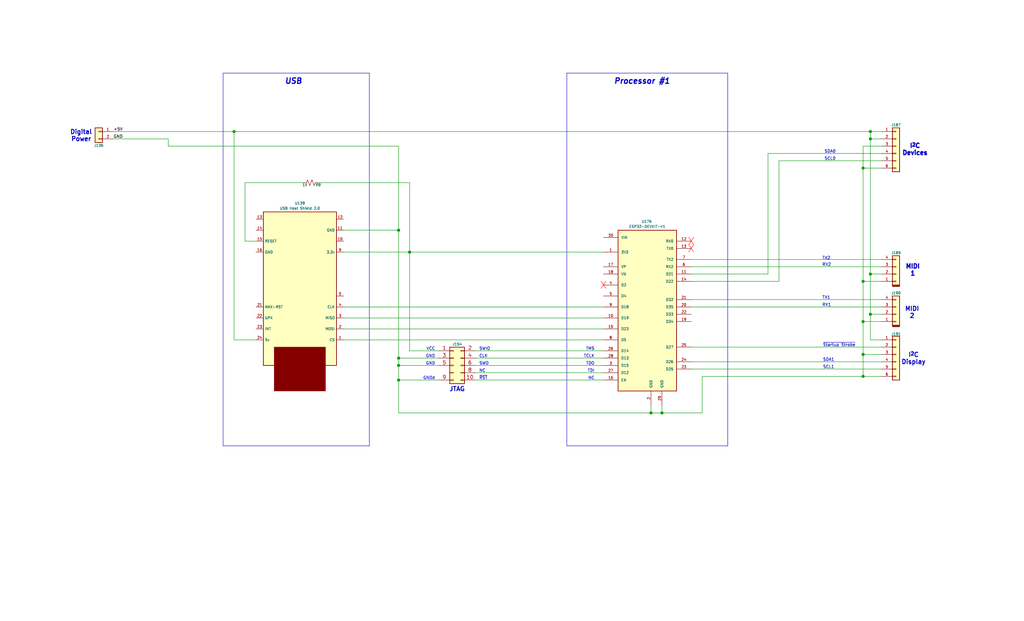
<source format=kicad_sch>
(kicad_sch
	(version 20250114)
	(generator "eeschema")
	(generator_version "9.0")
	(uuid "0bc86cc1-c86c-41e0-9315-281c18af05f0")
	(paper "USLegal")
	(title_block
		(title "Processor Module")
		(date "2025-01-16")
		(rev "2.6")
		(comment 1 "In Development ")
	)
	(lib_symbols
		(symbol "Conn_01x04_1"
			(pin_names
				(offset 1.016)
				(hide yes)
			)
			(exclude_from_sim no)
			(in_bom yes)
			(on_board yes)
			(property "Reference" "J21"
				(at 0 -7.366 0)
				(effects
					(font
						(size 0.889 0.889)
					)
				)
			)
			(property "Value" "Conn_01x04"
				(at 3.81 -1.0541 90)
				(effects
					(font
						(size 1.27 1.27)
					)
					(hide yes)
				)
			)
			(property "Footprint" ""
				(at 0 0 0)
				(effects
					(font
						(size 1.27 1.27)
					)
					(hide yes)
				)
			)
			(property "Datasheet" "~"
				(at 0 0 0)
				(effects
					(font
						(size 1.27 1.27)
					)
					(hide yes)
				)
			)
			(property "Description" ""
				(at 0 0 0)
				(effects
					(font
						(size 1.27 1.27)
					)
					(hide yes)
				)
			)
			(property "ki_keywords" "connector"
				(at 0 0 0)
				(effects
					(font
						(size 1.27 1.27)
					)
					(hide yes)
				)
			)
			(property "ki_fp_filters" "Connector*:*_1x??_*"
				(at 0 0 0)
				(effects
					(font
						(size 1.27 1.27)
					)
					(hide yes)
				)
			)
			(symbol "Conn_01x04_1_0_1"
				(polyline
					(pts
						(xy -1.27 4.3688) (xy 1.27 4.3688)
					)
					(stroke
						(width 0)
						(type default)
					)
					(fill
						(type none)
					)
				)
				(polyline
					(pts
						(xy -1.27 4.2672) (xy 1.27 4.2672)
					)
					(stroke
						(width 0)
						(type default)
					)
					(fill
						(type none)
					)
				)
				(polyline
					(pts
						(xy -1.27 4.1656) (xy 1.27 4.1656)
					)
					(stroke
						(width 0)
						(type default)
					)
					(fill
						(type none)
					)
				)
				(polyline
					(pts
						(xy -1.27 4.064) (xy 1.27 4.064)
					)
					(stroke
						(width 0)
						(type default)
					)
					(fill
						(type none)
					)
				)
				(polyline
					(pts
						(xy -1.27 3.937) (xy 1.27 3.937)
					)
					(stroke
						(width 0)
						(type default)
					)
					(fill
						(type none)
					)
				)
			)
			(symbol "Conn_01x04_1_1_1"
				(rectangle
					(start -1.27 3.81)
					(end 1.27 -6.35)
					(stroke
						(width 0.254)
						(type default)
					)
					(fill
						(type background)
					)
				)
				(rectangle
					(start -1.27 2.667)
					(end 0 2.413)
					(stroke
						(width 0.1524)
						(type default)
					)
					(fill
						(type none)
					)
				)
				(rectangle
					(start -1.27 0.127)
					(end 0 -0.127)
					(stroke
						(width 0.1524)
						(type default)
					)
					(fill
						(type none)
					)
				)
				(rectangle
					(start -1.27 -2.413)
					(end 0 -2.667)
					(stroke
						(width 0.1524)
						(type default)
					)
					(fill
						(type none)
					)
				)
				(rectangle
					(start -1.27 -4.953)
					(end 0 -5.207)
					(stroke
						(width 0.1524)
						(type default)
					)
					(fill
						(type none)
					)
				)
				(pin passive line
					(at -5.08 2.54 0)
					(length 3.81)
					(name "Pin_1"
						(effects
							(font
								(size 0.889 0.889)
							)
						)
					)
					(number "1"
						(effects
							(font
								(size 0.889 0.889)
							)
						)
					)
				)
				(pin passive line
					(at -5.08 0 0)
					(length 3.81)
					(name "Pin_2"
						(effects
							(font
								(size 0.889 0.889)
							)
						)
					)
					(number "2"
						(effects
							(font
								(size 0.889 0.889)
							)
						)
					)
				)
				(pin passive line
					(at -5.08 -2.54 0)
					(length 3.81)
					(name "Pin_3"
						(effects
							(font
								(size 0.889 0.889)
							)
						)
					)
					(number "3"
						(effects
							(font
								(size 0.889 0.889)
							)
						)
					)
				)
				(pin passive line
					(at -5.08 -5.08 0)
					(length 3.81)
					(name "Pin_4"
						(effects
							(font
								(size 0.889 0.889)
							)
						)
					)
					(number "4"
						(effects
							(font
								(size 0.889 0.889)
							)
						)
					)
				)
			)
			(embedded_fonts no)
		)
		(symbol "Conn_01x06_1"
			(pin_names
				(offset 1.016)
				(hide yes)
			)
			(exclude_from_sim no)
			(in_bom yes)
			(on_board yes)
			(property "Reference" "J23"
				(at 0 7.112 0)
				(effects
					(font
						(size 0.889 0.889)
					)
				)
			)
			(property "Value" "To Compute #1"
				(at 2.54 -10.16 0)
				(effects
					(font
						(size 0.762 0.762)
					)
					(hide yes)
				)
			)
			(property "Footprint" ""
				(at 0 0 0)
				(effects
					(font
						(size 1.27 1.27)
					)
					(hide yes)
				)
			)
			(property "Datasheet" "~"
				(at 0 0 0)
				(effects
					(font
						(size 1.27 1.27)
					)
					(hide yes)
				)
			)
			(property "Description" ""
				(at 0 0 0)
				(effects
					(font
						(size 1.27 1.27)
					)
					(hide yes)
				)
			)
			(property "ki_keywords" "connector"
				(at 0 0 0)
				(effects
					(font
						(size 1.27 1.27)
					)
					(hide yes)
				)
			)
			(property "ki_fp_filters" "Connector*:*_1x??_*"
				(at 0 0 0)
				(effects
					(font
						(size 1.27 1.27)
					)
					(hide yes)
				)
			)
			(symbol "Conn_01x06_1_1_1"
				(rectangle
					(start -1.27 6.35)
					(end 1.27 -8.89)
					(stroke
						(width 0.254)
						(type default)
					)
					(fill
						(type background)
					)
				)
				(rectangle
					(start -1.27 5.207)
					(end 0 4.953)
					(stroke
						(width 0.1524)
						(type default)
					)
					(fill
						(type none)
					)
				)
				(rectangle
					(start -1.27 2.667)
					(end 0 2.413)
					(stroke
						(width 0.1524)
						(type default)
					)
					(fill
						(type none)
					)
				)
				(rectangle
					(start -1.27 0.127)
					(end 0 -0.127)
					(stroke
						(width 0.1524)
						(type default)
					)
					(fill
						(type none)
					)
				)
				(rectangle
					(start -1.27 -2.413)
					(end 0 -2.667)
					(stroke
						(width 0.1524)
						(type default)
					)
					(fill
						(type none)
					)
				)
				(rectangle
					(start -1.27 -4.953)
					(end 0 -5.207)
					(stroke
						(width 0.1524)
						(type default)
					)
					(fill
						(type none)
					)
				)
				(rectangle
					(start -1.27 -7.493)
					(end 0 -7.747)
					(stroke
						(width 0.1524)
						(type default)
					)
					(fill
						(type none)
					)
				)
				(pin passive line
					(at -5.08 5.08 0)
					(length 3.81)
					(name "Pin_1"
						(effects
							(font
								(size 0.889 0.889)
							)
						)
					)
					(number "1"
						(effects
							(font
								(size 0.889 0.889)
							)
						)
					)
				)
				(pin passive line
					(at -5.08 2.54 0)
					(length 3.81)
					(name "Pin_2"
						(effects
							(font
								(size 0.889 0.889)
							)
						)
					)
					(number "2"
						(effects
							(font
								(size 0.889 0.889)
							)
						)
					)
				)
				(pin passive line
					(at -5.08 0 0)
					(length 3.81)
					(name "Pin_3"
						(effects
							(font
								(size 0.889 0.889)
							)
						)
					)
					(number "3"
						(effects
							(font
								(size 0.889 0.889)
							)
						)
					)
				)
				(pin passive line
					(at -5.08 -2.54 0)
					(length 3.81)
					(name "Pin_4"
						(effects
							(font
								(size 0.889 0.889)
							)
						)
					)
					(number "4"
						(effects
							(font
								(size 0.889 0.889)
							)
						)
					)
				)
				(pin passive line
					(at -5.08 -5.08 0)
					(length 3.81)
					(name "Pin_5"
						(effects
							(font
								(size 0.889 0.889)
							)
						)
					)
					(number "5"
						(effects
							(font
								(size 0.889 0.889)
							)
						)
					)
				)
				(pin passive line
					(at -5.08 -7.62 0)
					(length 3.81)
					(name "Pin_6"
						(effects
							(font
								(size 0.889 0.889)
							)
						)
					)
					(number "6"
						(effects
							(font
								(size 0.889 0.889)
							)
						)
					)
				)
			)
			(embedded_fonts no)
		)
		(symbol "Connector_Generic:Conn_01x02"
			(pin_names
				(offset 1.016)
				(hide yes)
			)
			(exclude_from_sim no)
			(in_bom yes)
			(on_board yes)
			(property "Reference" "J22"
				(at 0 -4.826 0)
				(effects
					(font
						(size 0.889 0.889)
					)
				)
			)
			(property "Value" "Conn_01x02"
				(at 0 3.81 0)
				(effects
					(font
						(size 1.27 1.27)
					)
					(hide yes)
				)
			)
			(property "Footprint" ""
				(at 0 0 0)
				(effects
					(font
						(size 1.27 1.27)
					)
					(hide yes)
				)
			)
			(property "Datasheet" "~"
				(at 0 0 0)
				(effects
					(font
						(size 1.27 1.27)
					)
					(hide yes)
				)
			)
			(property "Description" ""
				(at 0 0 0)
				(effects
					(font
						(size 1.27 1.27)
					)
					(hide yes)
				)
			)
			(property "ki_keywords" "connector"
				(at 0 0 0)
				(effects
					(font
						(size 1.27 1.27)
					)
					(hide yes)
				)
			)
			(property "ki_fp_filters" "Connector*:*_1x??_*"
				(at 0 0 0)
				(effects
					(font
						(size 1.27 1.27)
					)
					(hide yes)
				)
			)
			(symbol "Conn_01x02_1_1"
				(rectangle
					(start -1.27 1.27)
					(end 1.27 -3.81)
					(stroke
						(width 0.254)
						(type default)
					)
					(fill
						(type background)
					)
				)
				(rectangle
					(start -1.27 0.127)
					(end 0 -0.127)
					(stroke
						(width 0.1524)
						(type default)
					)
					(fill
						(type none)
					)
				)
				(rectangle
					(start -1.27 -2.413)
					(end 0 -2.667)
					(stroke
						(width 0.1524)
						(type default)
					)
					(fill
						(type none)
					)
				)
				(pin passive line
					(at -5.08 0 0)
					(length 3.81)
					(name "Pin_1"
						(effects
							(font
								(size 0.889 0.889)
							)
						)
					)
					(number "1"
						(effects
							(font
								(size 0.889 0.889)
							)
						)
					)
				)
				(pin passive line
					(at -5.08 -2.54 0)
					(length 3.81)
					(name "Pin_2"
						(effects
							(font
								(size 0.889 0.889)
							)
						)
					)
					(number "2"
						(effects
							(font
								(size 0.889 0.889)
							)
						)
					)
				)
			)
			(embedded_fonts no)
		)
		(symbol "Connector_Generic:Conn_01x06"
			(pin_names
				(offset 1.016)
				(hide yes)
			)
			(exclude_from_sim no)
			(in_bom yes)
			(on_board yes)
			(property "Reference" "J19"
				(at 0 7.112 0)
				(effects
					(font
						(size 0.889 0.889)
					)
				)
			)
			(property "Value" "To Compute #1"
				(at 2.54 -10.16 0)
				(effects
					(font
						(size 0.762 0.762)
					)
					(hide yes)
				)
			)
			(property "Footprint" ""
				(at 0 0 0)
				(effects
					(font
						(size 1.27 1.27)
					)
					(hide yes)
				)
			)
			(property "Datasheet" "~"
				(at 0 0 0)
				(effects
					(font
						(size 1.27 1.27)
					)
					(hide yes)
				)
			)
			(property "Description" ""
				(at 0 0 0)
				(effects
					(font
						(size 1.27 1.27)
					)
					(hide yes)
				)
			)
			(property "ki_keywords" "connector"
				(at 0 0 0)
				(effects
					(font
						(size 1.27 1.27)
					)
					(hide yes)
				)
			)
			(property "ki_fp_filters" "Connector*:*_1x??_*"
				(at 0 0 0)
				(effects
					(font
						(size 1.27 1.27)
					)
					(hide yes)
				)
			)
			(symbol "Conn_01x06_1_1"
				(rectangle
					(start -1.27 6.35)
					(end 1.27 -8.89)
					(stroke
						(width 0.254)
						(type default)
					)
					(fill
						(type background)
					)
				)
				(rectangle
					(start -1.27 5.207)
					(end 0 4.953)
					(stroke
						(width 0.1524)
						(type default)
					)
					(fill
						(type none)
					)
				)
				(rectangle
					(start -1.27 2.667)
					(end 0 2.413)
					(stroke
						(width 0.1524)
						(type default)
					)
					(fill
						(type none)
					)
				)
				(rectangle
					(start -1.27 0.127)
					(end 0 -0.127)
					(stroke
						(width 0.1524)
						(type default)
					)
					(fill
						(type none)
					)
				)
				(rectangle
					(start -1.27 -2.413)
					(end 0 -2.667)
					(stroke
						(width 0.1524)
						(type default)
					)
					(fill
						(type none)
					)
				)
				(rectangle
					(start -1.27 -4.953)
					(end 0 -5.207)
					(stroke
						(width 0.1524)
						(type default)
					)
					(fill
						(type none)
					)
				)
				(rectangle
					(start -1.27 -7.493)
					(end 0 -7.747)
					(stroke
						(width 0.1524)
						(type default)
					)
					(fill
						(type none)
					)
				)
				(pin passive line
					(at -5.08 5.08 0)
					(length 3.81)
					(name "Pin_1"
						(effects
							(font
								(size 0.889 0.889)
							)
						)
					)
					(number "1"
						(effects
							(font
								(size 0.889 0.889)
							)
						)
					)
				)
				(pin passive line
					(at -5.08 2.54 0)
					(length 3.81)
					(name "Pin_2"
						(effects
							(font
								(size 0.889 0.889)
							)
						)
					)
					(number "2"
						(effects
							(font
								(size 0.889 0.889)
							)
						)
					)
				)
				(pin passive line
					(at -5.08 0 0)
					(length 3.81)
					(name "Pin_3"
						(effects
							(font
								(size 0.889 0.889)
							)
						)
					)
					(number "3"
						(effects
							(font
								(size 0.889 0.889)
							)
						)
					)
				)
				(pin passive line
					(at -5.08 -2.54 0)
					(length 3.81)
					(name "Pin_4"
						(effects
							(font
								(size 0.889 0.889)
							)
						)
					)
					(number "4"
						(effects
							(font
								(size 0.889 0.889)
							)
						)
					)
				)
				(pin passive line
					(at -5.08 -5.08 0)
					(length 3.81)
					(name "Pin_5"
						(effects
							(font
								(size 0.889 0.889)
							)
						)
					)
					(number "5"
						(effects
							(font
								(size 0.889 0.889)
							)
						)
					)
				)
				(pin passive line
					(at -5.08 -7.62 0)
					(length 3.81)
					(name "Pin_6"
						(effects
							(font
								(size 0.889 0.889)
							)
						)
					)
					(number "6"
						(effects
							(font
								(size 0.889 0.889)
							)
						)
					)
				)
			)
			(embedded_fonts no)
		)
		(symbol "Connector_keyed_kicad_sym:Conn_02x05_Odd_Even"
			(pin_names
				(offset 1.016)
				(hide yes)
			)
			(exclude_from_sim no)
			(in_bom yes)
			(on_board yes)
			(property "Reference" "J11"
				(at 1.27 7.366 0)
				(effects
					(font
						(size 0.889 0.889)
					)
				)
			)
			(property "Value" "Conn_02x05_Odd_Even"
				(at 1.27 8.89 0)
				(effects
					(font
						(size 1.27 1.27)
					)
					(hide yes)
				)
			)
			(property "Footprint" ""
				(at 0 0 0)
				(effects
					(font
						(size 1.27 1.27)
					)
					(hide yes)
				)
			)
			(property "Datasheet" "~"
				(at 0 0 0)
				(effects
					(font
						(size 1.27 1.27)
					)
					(hide yes)
				)
			)
			(property "Description" "Generic connector, double row, 02x05, odd/even pin numbering scheme (row 1 odd numbers, row 2 even numbers), script generated (kicad-library-utils/schlib/autogen/connector/)"
				(at 0 0 0)
				(effects
					(font
						(size 1.27 1.27)
					)
					(hide yes)
				)
			)
			(property "ki_keywords" "connector"
				(at 0 0 0)
				(effects
					(font
						(size 1.27 1.27)
					)
					(hide yes)
				)
			)
			(property "ki_fp_filters" "Connector*:*_2x??_*"
				(at 0 0 0)
				(effects
					(font
						(size 1.27 1.27)
					)
					(hide yes)
				)
			)
			(symbol "Conn_02x05_Odd_Even_1_1"
				(rectangle
					(start -1.27 6.35)
					(end 3.81 -6.35)
					(stroke
						(width 0.254)
						(type default)
					)
					(fill
						(type background)
					)
				)
				(rectangle
					(start -1.27 5.207)
					(end 0 4.953)
					(stroke
						(width 0.1524)
						(type default)
					)
					(fill
						(type none)
					)
				)
				(rectangle
					(start -1.27 2.667)
					(end 0 2.413)
					(stroke
						(width 0.1524)
						(type default)
					)
					(fill
						(type none)
					)
				)
				(rectangle
					(start -1.27 0.127)
					(end 0 -0.127)
					(stroke
						(width 0.1524)
						(type default)
					)
					(fill
						(type none)
					)
				)
				(rectangle
					(start -1.27 -2.413)
					(end 0 -2.667)
					(stroke
						(width 0.1524)
						(type default)
					)
					(fill
						(type none)
					)
				)
				(rectangle
					(start -1.27 -4.953)
					(end 0 -5.207)
					(stroke
						(width 0.1524)
						(type default)
					)
					(fill
						(type none)
					)
				)
				(rectangle
					(start 3.81 5.207)
					(end 2.54 4.953)
					(stroke
						(width 0.1524)
						(type default)
					)
					(fill
						(type none)
					)
				)
				(rectangle
					(start 3.81 2.667)
					(end 2.54 2.413)
					(stroke
						(width 0.1524)
						(type default)
					)
					(fill
						(type none)
					)
				)
				(rectangle
					(start 3.81 0.127)
					(end 2.54 -0.127)
					(stroke
						(width 0.1524)
						(type default)
					)
					(fill
						(type none)
					)
				)
				(rectangle
					(start 3.81 -2.413)
					(end 2.54 -2.667)
					(stroke
						(width 0.1524)
						(type default)
					)
					(fill
						(type none)
					)
				)
				(rectangle
					(start 3.81 -4.953)
					(end 2.54 -5.207)
					(stroke
						(width 0.1524)
						(type default)
					)
					(fill
						(type none)
					)
				)
				(pin passive line
					(at -5.08 5.08 0)
					(length 3.81)
					(name "Pin_1"
						(effects
							(font
								(size 1.27 1.27)
							)
						)
					)
					(number "1"
						(effects
							(font
								(size 1.27 1.27)
							)
						)
					)
				)
				(pin passive line
					(at -5.08 2.54 0)
					(length 3.81)
					(name "Pin_3"
						(effects
							(font
								(size 1.27 1.27)
							)
						)
					)
					(number "3"
						(effects
							(font
								(size 1.27 1.27)
							)
						)
					)
				)
				(pin passive line
					(at -5.08 0 0)
					(length 3.81)
					(name "Pin_5"
						(effects
							(font
								(size 1.27 1.27)
							)
						)
					)
					(number "5"
						(effects
							(font
								(size 1.27 1.27)
							)
						)
					)
				)
				(pin passive line
					(at -5.08 -5.08 0)
					(length 3.81)
					(name "Pin_9"
						(effects
							(font
								(size 1.27 1.27)
							)
						)
					)
					(number "9"
						(effects
							(font
								(size 1.27 1.27)
							)
						)
					)
				)
				(pin passive line
					(at 7.62 5.08 180)
					(length 3.81)
					(name "Pin_2"
						(effects
							(font
								(size 1.27 1.27)
							)
						)
					)
					(number "2"
						(effects
							(font
								(size 1.27 1.27)
							)
						)
					)
				)
				(pin passive line
					(at 7.62 2.54 180)
					(length 3.81)
					(name "Pin_4"
						(effects
							(font
								(size 1.27 1.27)
							)
						)
					)
					(number "4"
						(effects
							(font
								(size 1.27 1.27)
							)
						)
					)
				)
				(pin passive line
					(at 7.62 0 180)
					(length 3.81)
					(name "Pin_6"
						(effects
							(font
								(size 1.27 1.27)
							)
						)
					)
					(number "6"
						(effects
							(font
								(size 1.27 1.27)
							)
						)
					)
				)
				(pin passive line
					(at 7.62 -2.54 180)
					(length 3.81)
					(name "Pin_8"
						(effects
							(font
								(size 1.27 1.27)
							)
						)
					)
					(number "8"
						(effects
							(font
								(size 1.27 1.27)
							)
						)
					)
				)
				(pin passive line
					(at 7.62 -5.08 180)
					(length 3.81)
					(name "Pin_10"
						(effects
							(font
								(size 1.27 1.27)
							)
						)
					)
					(number "10"
						(effects
							(font
								(size 1.27 1.27)
							)
						)
					)
				)
			)
			(embedded_fonts no)
		)
		(symbol "Device:R_Small_US"
			(pin_numbers
				(hide yes)
			)
			(pin_names
				(offset 0.254)
				(hide yes)
			)
			(exclude_from_sim no)
			(in_bom yes)
			(on_board yes)
			(property "Reference" "R"
				(at 0.762 0.508 0)
				(effects
					(font
						(size 1.27 1.27)
					)
					(justify left)
				)
			)
			(property "Value" "R_Small_US"
				(at 0.762 -1.016 0)
				(effects
					(font
						(size 1.27 1.27)
					)
					(justify left)
				)
			)
			(property "Footprint" ""
				(at 0 0 0)
				(effects
					(font
						(size 1.27 1.27)
					)
					(hide yes)
				)
			)
			(property "Datasheet" "~"
				(at 0 0 0)
				(effects
					(font
						(size 1.27 1.27)
					)
					(hide yes)
				)
			)
			(property "Description" "Resistor, small US symbol"
				(at 0 0 0)
				(effects
					(font
						(size 1.27 1.27)
					)
					(hide yes)
				)
			)
			(property "ki_keywords" "r resistor"
				(at 0 0 0)
				(effects
					(font
						(size 1.27 1.27)
					)
					(hide yes)
				)
			)
			(property "ki_fp_filters" "R_*"
				(at 0 0 0)
				(effects
					(font
						(size 1.27 1.27)
					)
					(hide yes)
				)
			)
			(symbol "R_Small_US_1_1"
				(polyline
					(pts
						(xy 0 1.524) (xy 1.016 1.143) (xy 0 0.762) (xy -1.016 0.381) (xy 0 0)
					)
					(stroke
						(width 0)
						(type default)
					)
					(fill
						(type none)
					)
				)
				(polyline
					(pts
						(xy 0 0) (xy 1.016 -0.381) (xy 0 -0.762) (xy -1.016 -1.143) (xy 0 -1.524)
					)
					(stroke
						(width 0)
						(type default)
					)
					(fill
						(type none)
					)
				)
				(pin passive line
					(at 0 2.54 270)
					(length 1.016)
					(name "~"
						(effects
							(font
								(size 1.27 1.27)
							)
						)
					)
					(number "1"
						(effects
							(font
								(size 1.27 1.27)
							)
						)
					)
				)
				(pin passive line
					(at 0 -2.54 90)
					(length 1.016)
					(name "~"
						(effects
							(font
								(size 1.27 1.27)
							)
						)
					)
					(number "2"
						(effects
							(font
								(size 1.27 1.27)
							)
						)
					)
				)
			)
			(embedded_fonts no)
		)
		(symbol "ESP32-DEVKIT-V1:ESP32-DEVKIT-V1"
			(pin_names
				(offset 1.016)
			)
			(exclude_from_sim no)
			(in_bom yes)
			(on_board yes)
			(property "Reference" "U2"
				(at -0.254 31.242 0)
				(effects
					(font
						(size 0.889 0.889)
					)
				)
			)
			(property "Value" "ESP32-DEVKIT-V1"
				(at 0 29.21 0)
				(effects
					(font
						(size 0.889 0.889)
					)
				)
			)
			(property "Footprint" ""
				(at 1.27 -33.02 0)
				(effects
					(font
						(size 1.27 1.27)
					)
					(justify bottom)
					(hide yes)
				)
			)
			(property "Datasheet" ""
				(at 0 0 0)
				(effects
					(font
						(size 1.27 1.27)
					)
					(hide yes)
				)
			)
			(property "Description" ""
				(at 0 0 0)
				(effects
					(font
						(size 1.27 1.27)
					)
					(hide yes)
				)
			)
			(property "PARTREV" ""
				(at -24.13 -30.48 0)
				(effects
					(font
						(size 1.27 1.27)
					)
					(justify bottom)
					(hide yes)
				)
			)
			(property "MAXIMUM_PACKAGE_HEIGHT" ""
				(at 0 -30.48 0)
				(effects
					(font
						(size 1.27 1.27)
					)
					(justify bottom)
					(hide yes)
				)
			)
			(property "STANDARD" ""
				(at 3.81 -35.56 0)
				(effects
					(font
						(size 1.27 1.27)
					)
					(justify bottom)
					(hide yes)
				)
			)
			(property "MANUFACTURER" ""
				(at 0 0 0)
				(effects
					(font
						(size 1.27 1.27)
					)
					(justify bottom)
					(hide yes)
				)
			)
			(symbol "ESP32-DEVKIT-V1_0_0"
				(rectangle
					(start -10.16 27.94)
					(end 10.16 -27.94)
					(stroke
						(width 0.254)
						(type default)
					)
					(fill
						(type background)
					)
				)
				(pin input line
					(at -15.24 25.4 0)
					(length 5.08)
					(name "VIN"
						(effects
							(font
								(size 0.889 0.889)
							)
						)
					)
					(number "30"
						(effects
							(font
								(size 0.889 0.889)
							)
						)
					)
				)
				(pin output line
					(at -15.24 20.32 0)
					(length 5.08)
					(name "3V3"
						(effects
							(font
								(size 0.889 0.889)
							)
						)
					)
					(number "1"
						(effects
							(font
								(size 0.889 0.889)
							)
						)
					)
				)
				(pin bidirectional line
					(at -15.24 15.24 0)
					(length 5.08)
					(name "VP"
						(effects
							(font
								(size 0.889 0.889)
							)
						)
					)
					(number "17"
						(effects
							(font
								(size 0.889 0.889)
							)
						)
					)
				)
				(pin bidirectional line
					(at -15.24 12.7 0)
					(length 5.08)
					(name "VN"
						(effects
							(font
								(size 0.889 0.889)
							)
						)
					)
					(number "18"
						(effects
							(font
								(size 0.889 0.889)
							)
						)
					)
				)
				(pin bidirectional line
					(at -15.24 8.89 0)
					(length 5.08)
					(name "D2"
						(effects
							(font
								(size 0.889 0.889)
							)
						)
					)
					(number "4"
						(effects
							(font
								(size 0.889 0.889)
							)
						)
					)
				)
				(pin bidirectional line
					(at -15.24 5.08 0)
					(length 5.08)
					(name "D4"
						(effects
							(font
								(size 0.889 0.889)
							)
						)
					)
					(number "5"
						(effects
							(font
								(size 0.889 0.889)
							)
						)
					)
				)
				(pin bidirectional line
					(at -15.24 1.27 0)
					(length 5.08)
					(name "D18"
						(effects
							(font
								(size 0.889 0.889)
							)
						)
					)
					(number "9"
						(effects
							(font
								(size 0.889 0.889)
							)
						)
					)
				)
				(pin bidirectional line
					(at -15.24 -2.54 0)
					(length 5.08)
					(name "D19"
						(effects
							(font
								(size 0.889 0.889)
							)
						)
					)
					(number "10"
						(effects
							(font
								(size 0.889 0.889)
							)
						)
					)
				)
				(pin bidirectional line
					(at -15.24 -10.16 0)
					(length 5.08)
					(name "D5"
						(effects
							(font
								(size 0.889 0.889)
							)
						)
					)
					(number "8"
						(effects
							(font
								(size 0.889 0.889)
							)
						)
					)
				)
				(pin bidirectional line
					(at -15.24 -13.97 0)
					(length 5.08)
					(name "D14"
						(effects
							(font
								(size 0.889 0.889)
							)
						)
					)
					(number "26"
						(effects
							(font
								(size 0.889 0.889)
							)
						)
					)
				)
				(pin bidirectional line
					(at -15.24 -16.51 0)
					(length 5.08)
					(name "D13"
						(effects
							(font
								(size 0.889 0.889)
							)
						)
					)
					(number "28"
						(effects
							(font
								(size 0.889 0.889)
							)
						)
					)
				)
				(pin bidirectional line
					(at -15.24 -19.05 0)
					(length 5.08)
					(name "D15"
						(effects
							(font
								(size 0.889 0.889)
							)
						)
					)
					(number "3"
						(effects
							(font
								(size 0.889 0.889)
							)
						)
					)
				)
				(pin bidirectional line
					(at -15.24 -21.59 0)
					(length 5.08)
					(name "D12"
						(effects
							(font
								(size 0.889 0.889)
							)
						)
					)
					(number "27"
						(effects
							(font
								(size 0.889 0.889)
							)
						)
					)
				)
				(pin input line
					(at -15.24 -24.13 0)
					(length 5.08)
					(name "EN"
						(effects
							(font
								(size 0.889 0.889)
							)
						)
					)
					(number "16"
						(effects
							(font
								(size 0.889 0.889)
							)
						)
					)
				)
				(pin power_in line
					(at 1.27 -33.02 90)
					(length 5.08)
					(name "GND"
						(effects
							(font
								(size 0.889 0.889)
							)
						)
					)
					(number "2"
						(effects
							(font
								(size 0.889 0.889)
							)
						)
					)
				)
				(pin power_in line
					(at 5.08 -33.02 90)
					(length 5.08)
					(name "GND"
						(effects
							(font
								(size 0.889 0.889)
							)
						)
					)
					(number "29"
						(effects
							(font
								(size 0.889 0.889)
							)
						)
					)
				)
				(pin input line
					(at 15.24 24.13 180)
					(length 5.08)
					(name "RX0"
						(effects
							(font
								(size 0.889 0.889)
							)
						)
					)
					(number "12"
						(effects
							(font
								(size 0.889 0.889)
							)
						)
					)
				)
				(pin output line
					(at 15.24 21.59 180)
					(length 5.08)
					(name "TX0"
						(effects
							(font
								(size 0.889 0.889)
							)
						)
					)
					(number "13"
						(effects
							(font
								(size 0.889 0.889)
							)
						)
					)
				)
				(pin output line
					(at 15.24 17.78 180)
					(length 5.08)
					(name "TX2"
						(effects
							(font
								(size 0.889 0.889)
							)
						)
					)
					(number "7"
						(effects
							(font
								(size 0.889 0.889)
							)
						)
					)
				)
				(pin input line
					(at 15.24 15.24 180)
					(length 5.08)
					(name "RX2"
						(effects
							(font
								(size 0.889 0.889)
							)
						)
					)
					(number "6"
						(effects
							(font
								(size 0.889 0.889)
							)
						)
					)
				)
				(pin bidirectional line
					(at 15.24 12.7 180)
					(length 5.08)
					(name "D21"
						(effects
							(font
								(size 0.889 0.889)
							)
						)
					)
					(number "11"
						(effects
							(font
								(size 0.889 0.889)
							)
						)
					)
				)
				(pin bidirectional line
					(at 15.24 10.16 180)
					(length 5.08)
					(name "D22"
						(effects
							(font
								(size 0.889 0.889)
							)
						)
					)
					(number "14"
						(effects
							(font
								(size 0.889 0.889)
							)
						)
					)
				)
				(pin bidirectional line
					(at 15.24 3.81 180)
					(length 5.08)
					(name "D32"
						(effects
							(font
								(size 0.889 0.889)
							)
						)
					)
					(number "21"
						(effects
							(font
								(size 0.889 0.889)
							)
						)
					)
				)
				(pin bidirectional line
					(at 15.24 1.27 180)
					(length 5.08)
					(name "D35"
						(effects
							(font
								(size 0.889 0.889)
							)
						)
					)
					(number "20"
						(effects
							(font
								(size 0.889 0.889)
							)
						)
					)
				)
				(pin bidirectional line
					(at 15.24 -1.27 180)
					(length 5.08)
					(name "D33"
						(effects
							(font
								(size 0.889 0.889)
							)
						)
					)
					(number "22"
						(effects
							(font
								(size 0.889 0.889)
							)
						)
					)
				)
				(pin bidirectional line
					(at 15.24 -3.81 180)
					(length 5.08)
					(name "D34"
						(effects
							(font
								(size 0.889 0.889)
							)
						)
					)
					(number "19"
						(effects
							(font
								(size 0.889 0.889)
							)
						)
					)
				)
				(pin bidirectional line
					(at 15.24 -12.7 180)
					(length 5.08)
					(name "D27"
						(effects
							(font
								(size 0.889 0.889)
							)
						)
					)
					(number "25"
						(effects
							(font
								(size 0.889 0.889)
							)
						)
					)
				)
				(pin bidirectional line
					(at 15.24 -17.78 180)
					(length 5.08)
					(name "D26"
						(effects
							(font
								(size 0.889 0.889)
							)
						)
					)
					(number "24"
						(effects
							(font
								(size 0.889 0.889)
							)
						)
					)
				)
				(pin bidirectional line
					(at 15.24 -20.32 180)
					(length 5.08)
					(name "D25"
						(effects
							(font
								(size 0.889 0.889)
							)
						)
					)
					(number "23"
						(effects
							(font
								(size 0.889 0.889)
							)
						)
					)
				)
			)
			(symbol "ESP32-DEVKIT-V1_1_0"
				(pin bidirectional line
					(at -15.24 -6.35 0)
					(length 5.08)
					(name "D23"
						(effects
							(font
								(size 0.889 0.889)
							)
						)
					)
					(number "15"
						(effects
							(font
								(size 0.889 0.889)
							)
						)
					)
				)
			)
			(symbol "ESP32-DEVKIT-V1_1_1"
				(text "X"
					(at -15.24 8.89 0)
					(effects
						(font
							(size 2.54 2.54)
							(color 255 0 0 1)
						)
					)
				)
				(text "X"
					(at 15.24 24.13 0)
					(effects
						(font
							(size 2.54 2.54)
							(color 255 0 0 1)
						)
					)
				)
				(text "X"
					(at 15.24 21.59 0)
					(effects
						(font
							(size 2.54 2.54)
							(color 255 0 0 1)
						)
					)
				)
			)
			(embedded_fonts no)
		)
		(symbol "Module-Max3421EE:USB Host Shield 2.0"
			(exclude_from_sim no)
			(in_bom yes)
			(on_board yes)
			(property "Reference" "U18"
				(at 0 -31.496 0)
				(effects
					(font
						(size 0.889 0.889)
					)
				)
			)
			(property "Value" "USB Host Shield 2.0"
				(at 0 -29.718 0)
				(effects
					(font
						(size 0.889 0.889)
					)
				)
			)
			(property "Footprint" ""
				(at 41.91 -36.83 0)
				(effects
					(font
						(size 1.27 1.27)
						(italic yes)
					)
					(hide yes)
				)
			)
			(property "Datasheet" ""
				(at 26.67 -43.18 0)
				(effects
					(font
						(size 1.27 1.27)
					)
					(hide yes)
				)
			)
			(property "Description" ""
				(at 0 0 0)
				(effects
					(font
						(size 1.27 1.27)
					)
					(hide yes)
				)
			)
			(property "ki_keywords" "MCS-51 8bit Flash Microcontroller"
				(at 0 0 0)
				(effects
					(font
						(size 1.27 1.27)
					)
					(hide yes)
				)
			)
			(property "ki_fp_filters" "DIP*W7.62mm*"
				(at 0 0 0)
				(effects
					(font
						(size 1.27 1.27)
					)
					(hide yes)
				)
			)
			(symbol "USB Host Shield 2.0_0_1"
				(rectangle
					(start -12.7 25.4)
					(end 12.7 -27.94)
					(stroke
						(width 0.254)
						(type default)
					)
					(fill
						(type background)
					)
				)
				(rectangle
					(start -8.89 34.29)
					(end 8.89 19.05)
					(stroke
						(width 0)
						(type default)
					)
					(fill
						(type outline)
					)
				)
			)
			(symbol "USB Host Shield 2.0_1_1"
				(pin input line
					(at -15.24 16.51 0)
					(length 2.54)
					(name "CS"
						(effects
							(font
								(size 0.889 0.889)
							)
						)
					)
					(number "1"
						(effects
							(font
								(size 0.889 0.889)
							)
						)
					)
				)
				(pin input line
					(at -15.24 12.7 0)
					(length 2.54)
					(name "MOSI"
						(effects
							(font
								(size 0.889 0.889)
							)
						)
					)
					(number "2"
						(effects
							(font
								(size 0.889 0.889)
							)
						)
					)
				)
				(pin output line
					(at -15.24 8.89 0)
					(length 2.54)
					(name "MISO"
						(effects
							(font
								(size 0.889 0.889)
							)
						)
					)
					(number "3"
						(effects
							(font
								(size 0.889 0.889)
							)
						)
					)
				)
				(pin input line
					(at -15.24 5.08 0)
					(length 2.54)
					(name "CLK"
						(effects
							(font
								(size 0.889 0.889)
							)
						)
					)
					(number "4"
						(effects
							(font
								(size 0.889 0.889)
							)
						)
					)
				)
				(pin free line
					(at -15.24 1.27 0)
					(length 2.54)
					(name ""
						(effects
							(font
								(size 0.889 0.889)
							)
						)
					)
					(number "5"
						(effects
							(font
								(size 0.889 0.889)
							)
						)
					)
				)
				(pin power_in line
					(at -15.24 -13.97 0)
					(length 2.54)
					(name "3.3v"
						(effects
							(font
								(size 0.889 0.889)
							)
						)
					)
					(number "9"
						(effects
							(font
								(size 0.889 0.889)
							)
						)
					)
				)
				(pin output line
					(at -15.24 -17.78 0)
					(length 2.54)
					(name ""
						(effects
							(font
								(size 0.889 0.889)
							)
						)
					)
					(number "10"
						(effects
							(font
								(size 0.889 0.889)
							)
						)
					)
				)
				(pin power_out line
					(at -15.24 -21.59 0)
					(length 2.54)
					(name "GND"
						(effects
							(font
								(size 0.889 0.889)
							)
						)
					)
					(number "11"
						(effects
							(font
								(size 0.889 0.889)
							)
						)
					)
				)
				(pin output line
					(at -15.24 -25.4 0)
					(length 2.54)
					(name ""
						(effects
							(font
								(size 0.889 0.889)
							)
						)
					)
					(number "12"
						(effects
							(font
								(size 0.889 0.889)
							)
						)
					)
				)
				(pin power_in line
					(at 15.24 16.51 180)
					(length 2.54)
					(name "5v"
						(effects
							(font
								(size 0.889 0.889)
							)
						)
					)
					(number "24"
						(effects
							(font
								(size 0.889 0.889)
							)
						)
					)
				)
				(pin input line
					(at 15.24 12.7 180)
					(length 2.54)
					(name "INT"
						(effects
							(font
								(size 0.889 0.889)
							)
						)
					)
					(number "23"
						(effects
							(font
								(size 0.889 0.889)
							)
						)
					)
				)
				(pin free line
					(at 15.24 8.89 180)
					(length 2.54)
					(name "GPX"
						(effects
							(font
								(size 0.889 0.889)
							)
						)
					)
					(number "22"
						(effects
							(font
								(size 0.889 0.889)
							)
						)
					)
				)
				(pin input line
					(at 15.24 5.08 180)
					(length 2.54)
					(name "MAX-RST"
						(effects
							(font
								(size 0.889 0.889)
							)
						)
					)
					(number "21"
						(effects
							(font
								(size 0.889 0.889)
							)
						)
					)
				)
				(pin power_in line
					(at 15.24 -13.97 180)
					(length 2.54)
					(name "GND"
						(effects
							(font
								(size 0.889 0.889)
							)
						)
					)
					(number "16"
						(effects
							(font
								(size 0.889 0.889)
							)
						)
					)
				)
				(pin input line
					(at 15.24 -17.78 180)
					(length 2.54)
					(name "RESET"
						(effects
							(font
								(size 0.889 0.889)
							)
						)
					)
					(number "15"
						(effects
							(font
								(size 0.889 0.889)
							)
						)
					)
				)
				(pin output line
					(at 15.24 -21.59 180)
					(length 2.54)
					(name ""
						(effects
							(font
								(size 0.889 0.889)
							)
						)
					)
					(number "14"
						(effects
							(font
								(size 0.889 0.889)
							)
						)
					)
				)
				(pin output line
					(at 15.24 -25.4 180)
					(length 2.54)
					(name ""
						(effects
							(font
								(size 0.889 0.889)
							)
						)
					)
					(number "13"
						(effects
							(font
								(size 0.889 0.889)
							)
						)
					)
				)
			)
			(embedded_fonts no)
		)
	)
	(text "GND"
		(exclude_from_sim no)
		(at 151.13 127 0)
		(effects
			(font
				(size 1.016 1.016)
			)
			(justify right bottom)
		)
		(uuid "189eae27-f894-4dc8-93b6-fe74658ab428")
	)
	(text "RX1"
		(exclude_from_sim no)
		(at 285.496 106.68 0)
		(effects
			(font
				(size 1.016 1.016)
			)
			(justify left bottom)
		)
		(uuid "1aa8b571-1549-457c-ac49-ecf09cfad31b")
	)
	(text "Processor #1"
		(exclude_from_sim no)
		(at 213.106 29.464 0)
		(effects
			(font
				(size 1.905 1.905)
				(bold yes)
				(italic yes)
			)
			(justify left bottom)
		)
		(uuid "2120e17c-76b5-4f46-bc42-4ec3d984ce75")
	)
	(text "I^{2}C\nDevices"
		(exclude_from_sim no)
		(at 317.754 52.07 0)
		(effects
			(font
				(size 1.524 1.524)
				(thickness 0.381)
				(bold yes)
			)
		)
		(uuid "2e2d7aaf-9567-494c-9c80-d72f08eb731e")
	)
	(text "RX2\n"
		(exclude_from_sim no)
		(at 285.496 92.71 0)
		(effects
			(font
				(size 1.016 1.016)
			)
			(justify left bottom)
		)
		(uuid "332ef788-9cd4-482c-9492-89299d973de1")
	)
	(text "GND"
		(exclude_from_sim no)
		(at 151.13 124.46 0)
		(effects
			(font
				(size 1.016 1.016)
			)
			(justify right bottom)
		)
		(uuid "36f30c48-f263-44e4-bb6a-1719ae3958bf")
	)
	(text "Digital\nPower"
		(exclude_from_sim no)
		(at 28.194 47.244 0)
		(effects
			(font
				(size 1.524 1.524)
				(thickness 0.3048)
				(bold yes)
			)
		)
		(uuid "4078b4e8-82d7-4897-8fc8-a73f19715bf0")
	)
	(text "SDA1"
		(exclude_from_sim no)
		(at 285.75 125.73 0)
		(effects
			(font
				(size 1.016 1.016)
			)
			(justify left bottom)
		)
		(uuid "4aebb803-611e-43d2-b714-0c7ba8bf056d")
	)
	(text "SWO"
		(exclude_from_sim no)
		(at 166.37 127 0)
		(effects
			(font
				(size 1.016 1.016)
			)
			(justify left bottom)
		)
		(uuid "4c166785-ab1c-4078-9102-25d1fbe3de21")
	)
	(text "I^{2}C\nDisplay"
		(exclude_from_sim no)
		(at 317.246 124.714 0)
		(effects
			(font
				(size 1.524 1.524)
				(thickness 0.3048)
				(bold yes)
			)
		)
		(uuid "4ffdd98a-2c35-45f4-a481-a39c0e4dc8b3")
	)
	(text "~{Startup Strobe}"
		(exclude_from_sim no)
		(at 285.75 120.65 0)
		(effects
			(font
				(size 1.016 1.016)
			)
			(justify left bottom)
		)
		(uuid "552f8491-bec2-467b-b9f4-0c67db7cfdfd")
	)
	(text "JTAG"
		(exclude_from_sim no)
		(at 158.75 135.382 0)
		(effects
			(font
				(size 1.524 1.524)
				(thickness 0.3048)
				(bold yes)
			)
		)
		(uuid "5b880c80-eae9-4669-b0ec-abd20e1a7fdd")
	)
	(text "TX2\n"
		(exclude_from_sim no)
		(at 285.496 90.424 0)
		(effects
			(font
				(size 1.016 1.016)
			)
			(justify left bottom)
		)
		(uuid "5dcb45eb-5300-463f-95b7-969f527aa140")
	)
	(text "NC"
		(exclude_from_sim no)
		(at 166.37 129.54 0)
		(effects
			(font
				(size 1.016 1.016)
			)
			(justify left bottom)
		)
		(uuid "5e76db7b-6b91-46ec-8ceb-cff486301f7f")
	)
	(text "TX1"
		(exclude_from_sim no)
		(at 285.496 104.14 0)
		(effects
			(font
				(size 1.016 1.016)
			)
			(justify left bottom)
		)
		(uuid "61824e0f-b25d-4534-84c3-062fc2484209")
	)
	(text "CLK"
		(exclude_from_sim no)
		(at 166.37 124.46 0)
		(effects
			(font
				(size 1.016 1.016)
			)
			(justify left bottom)
		)
		(uuid "6307bc26-5234-45eb-bb3b-8fade27bfe20")
	)
	(text "SCL0"
		(exclude_from_sim no)
		(at 286.258 55.88 0)
		(effects
			(font
				(size 1.016 1.016)
			)
			(justify left bottom)
		)
		(uuid "6a049b62-4919-4374-a950-c91558ba5a03")
	)
	(text "~{RST}"
		(exclude_from_sim no)
		(at 166.37 132.08 0)
		(effects
			(font
				(size 1.016 1.016)
			)
			(justify left bottom)
		)
		(uuid "6defe311-58cb-440c-9171-e39eb00b87d4")
	)
	(text "TDO"
		(exclude_from_sim no)
		(at 206.502 127 0)
		(effects
			(font
				(size 1.016 1.016)
			)
			(justify right bottom)
		)
		(uuid "7d48bc52-3712-482c-ae92-fbcf6d07fd99")
	)
	(text "MIDI\n2"
		(exclude_from_sim no)
		(at 316.738 108.712 0)
		(effects
			(font
				(size 1.524 1.524)
				(thickness 0.3048)
				(bold yes)
			)
		)
		(uuid "821e0b5f-7e91-4ad8-9f5e-4cd08a3f9b43")
	)
	(text "TCLK"
		(exclude_from_sim no)
		(at 206.502 124.46 0)
		(effects
			(font
				(size 1.016 1.016)
			)
			(justify right bottom)
		)
		(uuid "821f4237-b5de-415d-9e4f-1f172aa2f933")
	)
	(text "USB"
		(exclude_from_sim no)
		(at 98.806 29.464 0)
		(effects
			(font
				(size 1.905 1.905)
				(bold yes)
				(italic yes)
			)
			(justify left bottom)
		)
		(uuid "8409894c-4c15-436a-942c-6284cc3eba17")
	)
	(text "NC"
		(exclude_from_sim no)
		(at 206.502 132.08 0)
		(effects
			(font
				(size 1.016 1.016)
			)
			(justify right bottom)
		)
		(uuid "8be93c41-b6f5-4783-b2d7-b7173fa0d254")
	)
	(text "VCC"
		(exclude_from_sim no)
		(at 151.13 121.92 0)
		(effects
			(font
				(size 1.016 1.016)
			)
			(justify right bottom)
		)
		(uuid "9ce4dd7b-aa4d-4c96-959b-45879f84837e")
	)
	(text "TDI"
		(exclude_from_sim no)
		(at 206.502 129.54 0)
		(effects
			(font
				(size 1.016 1.016)
			)
			(justify right bottom)
		)
		(uuid "a215632b-e527-45e9-87bc-b2f00a08ebd1")
	)
	(text "SDA0"
		(exclude_from_sim no)
		(at 286.258 53.34 0)
		(effects
			(font
				(size 1.016 1.016)
			)
			(justify left bottom)
		)
		(uuid "b925feb8-db71-47d9-9b58-71d49429dfcf")
	)
	(text "MIDI\n1"
		(exclude_from_sim no)
		(at 316.992 93.98 0)
		(effects
			(font
				(size 1.524 1.524)
				(thickness 0.381)
				(bold yes)
			)
		)
		(uuid "be1e9062-d2c5-44cd-8341-d93ed221da42")
	)
	(text "SCL1"
		(exclude_from_sim no)
		(at 285.75 128.27 0)
		(effects
			(font
				(size 1.016 1.016)
			)
			(justify left bottom)
		)
		(uuid "d4ea2231-a60b-4c80-b459-8c5a0e3baf44")
	)
	(text "SWIO"
		(exclude_from_sim no)
		(at 166.37 121.92 0)
		(effects
			(font
				(size 1.016 1.016)
			)
			(justify left bottom)
		)
		(uuid "d879a849-e69c-41ae-9530-8ef1455f08d3")
	)
	(text "TMS"
		(exclude_from_sim no)
		(at 206.502 121.92 0)
		(effects
			(font
				(size 1.016 1.016)
			)
			(justify right bottom)
		)
		(uuid "e09616fa-81ca-42ab-b311-622d971cd697")
	)
	(text "GNDd"
		(exclude_from_sim no)
		(at 151.13 132.08 0)
		(effects
			(font
				(size 1.016 1.016)
			)
			(justify right bottom)
		)
		(uuid "f61999fe-6cf3-42bc-b4b9-a0c6388d595a")
	)
	(junction
		(at 299.72 97.79)
		(diameter 0)
		(color 0 0 0 0)
		(uuid "02d7e1f3-f428-42f1-8280-c8158fee7e85")
	)
	(junction
		(at 299.72 111.76)
		(diameter 0)
		(color 0 0 0 0)
		(uuid "0dcf6a1d-8c48-49c7-aa39-49042ad315e3")
	)
	(junction
		(at 299.72 130.81)
		(diameter 0)
		(color 0 0 0 0)
		(uuid "136765c4-e398-47b7-95bd-2e6a1b9a0657")
	)
	(junction
		(at 226.06 143.51)
		(diameter 0)
		(color 0 0 0 0)
		(uuid "277e0c56-32b0-4a7f-8fa2-02914648f8c7")
	)
	(junction
		(at 302.26 95.25)
		(diameter 0)
		(color 0 0 0 0)
		(uuid "3f8d646d-92c2-477b-bed0-059af0c3ecab")
	)
	(junction
		(at 138.43 80.01)
		(diameter 0)
		(color 0 0 0 0)
		(uuid "4fa4b504-443a-4f52-854e-19bbf3968016")
	)
	(junction
		(at 302.26 45.72)
		(diameter 0)
		(color 0 0 0 0)
		(uuid "5e25c9d2-b062-4086-9e39-1722f26192fd")
	)
	(junction
		(at 299.72 123.19)
		(diameter 0)
		(color 0 0 0 0)
		(uuid "62b680e7-8cbb-487f-bdb7-3ec0767d432d")
	)
	(junction
		(at 138.43 132.08)
		(diameter 0)
		(color 0 0 0 0)
		(uuid "74d5b75f-fca5-4c37-a634-03aaecfb1a70")
	)
	(junction
		(at 142.24 87.63)
		(diameter 0)
		(color 0 0 0 0)
		(uuid "779aea07-73ec-47b2-9bef-cad24c6c965a")
	)
	(junction
		(at 302.26 109.22)
		(diameter 0)
		(color 0 0 0 0)
		(uuid "8117df18-4d3b-4326-91c4-fc98c0967d84")
	)
	(junction
		(at 302.26 48.26)
		(diameter 0)
		(color 0 0 0 0)
		(uuid "ab50eb87-43ef-4bea-9ebb-45a1e22c12d4")
	)
	(junction
		(at 299.72 58.42)
		(diameter 0)
		(color 0 0 0 0)
		(uuid "c7644226-38fa-4be5-b321-cb5b8d659718")
	)
	(junction
		(at 81.28 45.72)
		(diameter 0)
		(color 0 0 0 0)
		(uuid "ca113438-c77b-4919-8308-a26362635c14")
	)
	(junction
		(at 138.43 127)
		(diameter 0)
		(color 0 0 0 0)
		(uuid "d0d7cf9e-1da7-4678-8f90-94a4499ba5bd")
	)
	(junction
		(at 229.87 143.51)
		(diameter 0)
		(color 0 0 0 0)
		(uuid "d5b2a7c7-ce35-4c72-8f0d-7964488858f0")
	)
	(junction
		(at 138.43 124.46)
		(diameter 0)
		(color 0 0 0 0)
		(uuid "e98c32c3-ddc0-4a88-8492-6b45250e6656")
	)
	(wire
		(pts
			(xy 240.03 95.25) (xy 266.7 95.25)
		)
		(stroke
			(width 0)
			(type default)
		)
		(uuid "00acc486-3eea-4eaf-9d5a-a9843052bf55")
	)
	(polyline
		(pts
			(xy 128.27 25.4) (xy 128.27 154.94)
		)
		(stroke
			(width 0)
			(type default)
		)
		(uuid "0108cc45-0558-48c8-b18e-2a78bf7c8411")
	)
	(wire
		(pts
			(xy 240.03 97.79) (xy 270.51 97.79)
		)
		(stroke
			(width 0)
			(type default)
		)
		(uuid "039755e0-41a2-4b47-bf5e-9c8665c11f61")
	)
	(wire
		(pts
			(xy 138.43 132.08) (xy 152.4 132.08)
		)
		(stroke
			(width 0)
			(type default)
		)
		(uuid "069b93bf-9ce8-47c3-8ae5-1e25e78dbdb9")
	)
	(wire
		(pts
			(xy 240.03 92.71) (xy 306.07 92.71)
		)
		(stroke
			(width 0)
			(type default)
		)
		(uuid "09be6bf9-61f8-4ead-a1b1-177592c9aeb7")
	)
	(wire
		(pts
			(xy 138.43 132.08) (xy 138.43 143.51)
		)
		(stroke
			(width 0)
			(type default)
		)
		(uuid "0a5882bf-c50e-4086-a89b-08cbc0ddb5f9")
	)
	(wire
		(pts
			(xy 306.07 109.22) (xy 302.26 109.22)
		)
		(stroke
			(width 0)
			(type default)
		)
		(uuid "0f41b29d-d9ce-43b0-bed9-30349a49dff5")
	)
	(wire
		(pts
			(xy 110.49 63.5) (xy 142.24 63.5)
		)
		(stroke
			(width 0)
			(type default)
		)
		(uuid "13a2b1a9-fc78-49dc-84d5-e9fa19b0cbb4")
	)
	(polyline
		(pts
			(xy 196.85 154.94) (xy 252.73 154.94)
		)
		(stroke
			(width 0)
			(type default)
		)
		(uuid "15a03a0f-7b04-4dcf-9d46-0692c81320f9")
	)
	(wire
		(pts
			(xy 119.38 114.3) (xy 209.55 114.3)
		)
		(stroke
			(width 0)
			(type default)
		)
		(uuid "17faeafe-8bb3-46b4-9ca9-9c2468e7578a")
	)
	(wire
		(pts
			(xy 119.38 118.11) (xy 209.55 118.11)
		)
		(stroke
			(width 0)
			(type default)
		)
		(uuid "1940453e-0178-4f2c-817e-e067ae050fc2")
	)
	(wire
		(pts
			(xy 299.72 58.42) (xy 299.72 97.79)
		)
		(stroke
			(width 0)
			(type default)
		)
		(uuid "19e1ae76-03d7-4319-886e-a9be3d07a66c")
	)
	(wire
		(pts
			(xy 243.84 130.81) (xy 243.84 143.51)
		)
		(stroke
			(width 0)
			(type default)
		)
		(uuid "1aa92c13-94d1-46d7-a672-badf02a6c95e")
	)
	(wire
		(pts
			(xy 266.7 53.34) (xy 266.7 95.25)
		)
		(stroke
			(width 0)
			(type default)
		)
		(uuid "1d8c5be2-0beb-45c9-a013-017fde1665c6")
	)
	(wire
		(pts
			(xy 152.4 124.46) (xy 138.43 124.46)
		)
		(stroke
			(width 0)
			(type default)
		)
		(uuid "243d2875-2813-48c9-a6f6-bee00062ca6f")
	)
	(wire
		(pts
			(xy 302.26 95.25) (xy 302.26 109.22)
		)
		(stroke
			(width 0)
			(type default)
		)
		(uuid "27550649-5587-4255-99d1-add6eb933a0f")
	)
	(wire
		(pts
			(xy 39.37 48.26) (xy 58.42 48.26)
		)
		(stroke
			(width 0)
			(type default)
		)
		(uuid "27bdcacf-8b0d-409a-b778-f22868c33c00")
	)
	(wire
		(pts
			(xy 142.24 87.63) (xy 209.55 87.63)
		)
		(stroke
			(width 0)
			(type default)
		)
		(uuid "30dfe01c-da2b-49b5-8cfa-8f0fd59af498")
	)
	(wire
		(pts
			(xy 165.1 127) (xy 209.55 127)
		)
		(stroke
			(width 0)
			(type default)
		)
		(uuid "32aee800-2b69-4d56-9da9-2dae321fcd1d")
	)
	(wire
		(pts
			(xy 165.1 129.54) (xy 209.55 129.54)
		)
		(stroke
			(width 0)
			(type default)
		)
		(uuid "32f4c18b-2126-4235-83e4-8d4e21b0ea06")
	)
	(wire
		(pts
			(xy 138.43 127) (xy 138.43 132.08)
		)
		(stroke
			(width 0)
			(type default)
		)
		(uuid "399aca32-ee12-44da-a58f-ffb991aac050")
	)
	(wire
		(pts
			(xy 229.87 140.97) (xy 229.87 143.51)
		)
		(stroke
			(width 0)
			(type default)
		)
		(uuid "3c4f92d9-90ff-4d31-b372-59150647e951")
	)
	(wire
		(pts
			(xy 138.43 124.46) (xy 138.43 127)
		)
		(stroke
			(width 0)
			(type default)
		)
		(uuid "42ef7919-7d6b-4bea-a1f2-ebc03cda3d65")
	)
	(wire
		(pts
			(xy 302.26 48.26) (xy 306.07 48.26)
		)
		(stroke
			(width 0)
			(type default)
		)
		(uuid "443cd737-4643-4a53-a0be-8336bb1953ec")
	)
	(wire
		(pts
			(xy 58.42 50.8) (xy 138.43 50.8)
		)
		(stroke
			(width 0)
			(type default)
		)
		(uuid "4ae0d076-5ab9-4a71-b067-59ed16152802")
	)
	(wire
		(pts
			(xy 240.03 106.68) (xy 306.07 106.68)
		)
		(stroke
			(width 0)
			(type default)
		)
		(uuid "4d0d41f7-e43c-4e6c-8293-43b1520f3d9c")
	)
	(wire
		(pts
			(xy 270.51 55.88) (xy 306.07 55.88)
		)
		(stroke
			(width 0)
			(type default)
		)
		(uuid "4f839fa7-1fd7-4199-a6a2-eb16f23957b1")
	)
	(wire
		(pts
			(xy 299.72 123.19) (xy 306.07 123.19)
		)
		(stroke
			(width 0)
			(type default)
		)
		(uuid "523f1203-77d4-44ac-b46e-b429a357d5db")
	)
	(wire
		(pts
			(xy 165.1 132.08) (xy 209.55 132.08)
		)
		(stroke
			(width 0)
			(type default)
		)
		(uuid "5810aaad-21ae-4251-b43e-dff3ead3151d")
	)
	(wire
		(pts
			(xy 165.1 121.92) (xy 209.55 121.92)
		)
		(stroke
			(width 0)
			(type default)
		)
		(uuid "5c7f286b-6da4-4f37-8f11-ee3b86948cda")
	)
	(wire
		(pts
			(xy 299.72 111.76) (xy 299.72 123.19)
		)
		(stroke
			(width 0)
			(type default)
		)
		(uuid "62ab8aee-2574-41e0-bd13-728b41e84119")
	)
	(wire
		(pts
			(xy 81.28 45.72) (xy 302.26 45.72)
		)
		(stroke
			(width 0)
			(type default)
		)
		(uuid "6c3d0427-aee9-4b61-a2a8-744b86f69422")
	)
	(wire
		(pts
			(xy 85.09 83.82) (xy 88.9 83.82)
		)
		(stroke
			(width 0)
			(type default)
		)
		(uuid "71b2b3a7-39d1-4dbe-947d-6148859578c6")
	)
	(wire
		(pts
			(xy 85.09 63.5) (xy 105.41 63.5)
		)
		(stroke
			(width 0)
			(type default)
		)
		(uuid "7407b739-bd78-44a1-9aec-f1d311df4574")
	)
	(polyline
		(pts
			(xy 77.47 25.4) (xy 77.47 154.94)
		)
		(stroke
			(width 0)
			(type default)
		)
		(uuid "7482c2f1-f781-430d-b4ad-6c710b2e5a27")
	)
	(wire
		(pts
			(xy 299.72 97.79) (xy 299.72 111.76)
		)
		(stroke
			(width 0)
			(type default)
		)
		(uuid "76288e9a-6a76-47b3-aa01-f6b80528d11b")
	)
	(wire
		(pts
			(xy 306.07 45.72) (xy 302.26 45.72)
		)
		(stroke
			(width 0)
			(type default)
		)
		(uuid "7d2a92e2-e091-4e29-848b-7634989850ac")
	)
	(polyline
		(pts
			(xy 252.73 25.4) (xy 252.73 154.94)
		)
		(stroke
			(width 0)
			(type default)
		)
		(uuid "7d823317-174f-4ae7-9b4e-9f2bbf192887")
	)
	(wire
		(pts
			(xy 270.51 55.88) (xy 270.51 97.79)
		)
		(stroke
			(width 0)
			(type default)
		)
		(uuid "816b7fc6-fb76-4196-b00b-4f905f4742a8")
	)
	(wire
		(pts
			(xy 240.03 125.73) (xy 306.07 125.73)
		)
		(stroke
			(width 0)
			(type default)
		)
		(uuid "8de26b3b-8ee1-4874-9a31-6f95c0d54bde")
	)
	(wire
		(pts
			(xy 119.38 87.63) (xy 142.24 87.63)
		)
		(stroke
			(width 0)
			(type default)
		)
		(uuid "8fc3dc64-0316-4483-955b-6cc65ff9e1c8")
	)
	(wire
		(pts
			(xy 119.38 106.68) (xy 209.55 106.68)
		)
		(stroke
			(width 0)
			(type default)
		)
		(uuid "90215966-38a0-4735-b7e4-bd9e41835112")
	)
	(wire
		(pts
			(xy 81.28 45.72) (xy 81.28 118.11)
		)
		(stroke
			(width 0)
			(type default)
		)
		(uuid "9509db7c-94e5-4110-bfc1-f2a46b15183b")
	)
	(wire
		(pts
			(xy 138.43 127) (xy 152.4 127)
		)
		(stroke
			(width 0)
			(type default)
		)
		(uuid "99039e53-1763-4a9e-a58a-5f8ac800b4c2")
	)
	(polyline
		(pts
			(xy 128.27 154.94) (xy 77.47 154.94)
		)
		(stroke
			(width 0)
			(type default)
		)
		(uuid "992db1a0-37c8-413e-b5f3-963a145ed787")
	)
	(wire
		(pts
			(xy 306.07 97.79) (xy 299.72 97.79)
		)
		(stroke
			(width 0)
			(type default)
		)
		(uuid "9a3e72c1-d0a3-4043-a9cc-6e536e0eb047")
	)
	(wire
		(pts
			(xy 138.43 50.8) (xy 138.43 80.01)
		)
		(stroke
			(width 0)
			(type default)
		)
		(uuid "9d7f8f24-db19-4a56-998c-41c18674f7d0")
	)
	(wire
		(pts
			(xy 299.72 111.76) (xy 306.07 111.76)
		)
		(stroke
			(width 0)
			(type default)
		)
		(uuid "9dfed6a2-8032-4f28-bee8-e097663065a4")
	)
	(wire
		(pts
			(xy 138.43 80.01) (xy 119.38 80.01)
		)
		(stroke
			(width 0)
			(type default)
		)
		(uuid "9e7b664b-e40a-471b-8575-c2fcf22ad570")
	)
	(wire
		(pts
			(xy 226.06 143.51) (xy 138.43 143.51)
		)
		(stroke
			(width 0)
			(type default)
		)
		(uuid "a23ade87-f569-4665-9b77-3d456dd250fd")
	)
	(wire
		(pts
			(xy 165.1 124.46) (xy 209.55 124.46)
		)
		(stroke
			(width 0)
			(type default)
		)
		(uuid "a29a8389-1db6-49d2-b002-744b9bcbae63")
	)
	(wire
		(pts
			(xy 240.03 128.27) (xy 306.07 128.27)
		)
		(stroke
			(width 0)
			(type default)
		)
		(uuid "a2c579d4-aa05-4eed-9d11-a706e0d7e97f")
	)
	(wire
		(pts
			(xy 306.07 130.81) (xy 299.72 130.81)
		)
		(stroke
			(width 0)
			(type default)
		)
		(uuid "a7bcb116-a711-4a62-ad03-7d2ea7898a61")
	)
	(polyline
		(pts
			(xy 128.27 25.4) (xy 77.47 25.4)
		)
		(stroke
			(width 0)
			(type default)
		)
		(uuid "a83047ba-241e-4782-b797-3ffd730ea9fa")
	)
	(wire
		(pts
			(xy 299.72 50.8) (xy 299.72 58.42)
		)
		(stroke
			(width 0)
			(type default)
		)
		(uuid "b7acbf67-0440-4bfb-a604-bc447a4bdc5e")
	)
	(wire
		(pts
			(xy 226.06 140.97) (xy 226.06 143.51)
		)
		(stroke
			(width 0)
			(type default)
		)
		(uuid "bbfef716-c8ff-4288-b20f-b9dc46558298")
	)
	(polyline
		(pts
			(xy 196.85 25.4) (xy 196.85 154.94)
		)
		(stroke
			(width 0)
			(type default)
		)
		(uuid "bf4b42e7-2197-4c22-b5d2-a2bee3c563b4")
	)
	(wire
		(pts
			(xy 152.4 121.92) (xy 142.24 121.92)
		)
		(stroke
			(width 0)
			(type default)
		)
		(uuid "c0d1b6dc-eb0c-4f01-a424-c1afc5631448")
	)
	(wire
		(pts
			(xy 119.38 110.49) (xy 209.55 110.49)
		)
		(stroke
			(width 0)
			(type default)
		)
		(uuid "c6f26244-8430-4cae-a7a5-140d669479ed")
	)
	(wire
		(pts
			(xy 229.87 143.51) (xy 243.84 143.51)
		)
		(stroke
			(width 0)
			(type default)
		)
		(uuid "caa84b47-c67c-4050-8633-da10b27c7c93")
	)
	(wire
		(pts
			(xy 302.26 48.26) (xy 302.26 95.25)
		)
		(stroke
			(width 0)
			(type default)
		)
		(uuid "ced60a92-138f-460a-a817-e5e73da5405e")
	)
	(wire
		(pts
			(xy 226.06 143.51) (xy 229.87 143.51)
		)
		(stroke
			(width 0)
			(type default)
		)
		(uuid "cf1503ef-bb79-4440-a81d-060c654a1b9b")
	)
	(wire
		(pts
			(xy 299.72 130.81) (xy 299.72 123.19)
		)
		(stroke
			(width 0)
			(type default)
		)
		(uuid "d285cb6e-f4cf-4ffd-888f-5b5f873c2e69")
	)
	(wire
		(pts
			(xy 142.24 87.63) (xy 142.24 121.92)
		)
		(stroke
			(width 0)
			(type default)
		)
		(uuid "d39f45b2-8050-42f0-befb-9c14459ced95")
	)
	(wire
		(pts
			(xy 302.26 48.26) (xy 302.26 45.72)
		)
		(stroke
			(width 0)
			(type default)
		)
		(uuid "d3c4e8ab-97e3-4ec6-b4b2-6aed431c9b8b")
	)
	(wire
		(pts
			(xy 302.26 109.22) (xy 302.26 118.11)
		)
		(stroke
			(width 0)
			(type default)
		)
		(uuid "d4b2e421-e783-4277-a754-95c22d0d2c19")
	)
	(wire
		(pts
			(xy 306.07 58.42) (xy 299.72 58.42)
		)
		(stroke
			(width 0)
			(type default)
		)
		(uuid "d9104809-664f-4e5a-b9c7-d2966ea19689")
	)
	(wire
		(pts
			(xy 302.26 95.25) (xy 306.07 95.25)
		)
		(stroke
			(width 0)
			(type default)
		)
		(uuid "d9a72b36-9d33-4d46-89e1-6abfe473f1ff")
	)
	(wire
		(pts
			(xy 81.28 118.11) (xy 88.9 118.11)
		)
		(stroke
			(width 0)
			(type default)
		)
		(uuid "dc52e072-e611-45c3-8b2b-f1e55355dd2e")
	)
	(wire
		(pts
			(xy 299.72 50.8) (xy 306.07 50.8)
		)
		(stroke
			(width 0)
			(type default)
		)
		(uuid "dcc8bfe6-031a-4c50-a10a-5b42dd527b9c")
	)
	(wire
		(pts
			(xy 240.03 120.65) (xy 306.07 120.65)
		)
		(stroke
			(width 0)
			(type default)
		)
		(uuid "df829d2d-ea10-4499-91cc-4bf370a3a185")
	)
	(wire
		(pts
			(xy 302.26 118.11) (xy 306.07 118.11)
		)
		(stroke
			(width 0)
			(type default)
		)
		(uuid "e7f18631-a21f-4143-a9db-4799213c9127")
	)
	(wire
		(pts
			(xy 266.7 53.34) (xy 306.07 53.34)
		)
		(stroke
			(width 0)
			(type default)
		)
		(uuid "e8689ca6-770b-463b-90fa-961536e959dd")
	)
	(polyline
		(pts
			(xy 196.85 25.4) (xy 252.73 25.4)
		)
		(stroke
			(width 0)
			(type default)
		)
		(uuid "eb7d9556-dd13-4684-b03f-60724a1b015e")
	)
	(wire
		(pts
			(xy 85.09 63.5) (xy 85.09 83.82)
		)
		(stroke
			(width 0)
			(type default)
		)
		(uuid "ec189461-19bf-4ca6-b00a-77e93b37e562")
	)
	(wire
		(pts
			(xy 299.72 130.81) (xy 243.84 130.81)
		)
		(stroke
			(width 0)
			(type default)
		)
		(uuid "ed6d881f-92ec-40e6-8cc0-3d745b50f447")
	)
	(wire
		(pts
			(xy 240.03 104.14) (xy 306.07 104.14)
		)
		(stroke
			(width 0)
			(type default)
		)
		(uuid "f4d0226d-5609-4528-85d2-cf8250ab34be")
	)
	(wire
		(pts
			(xy 240.03 90.17) (xy 306.07 90.17)
		)
		(stroke
			(width 0)
			(type default)
		)
		(uuid "f71d7bae-43cb-440f-95c2-9dd75b981c78")
	)
	(wire
		(pts
			(xy 142.24 63.5) (xy 142.24 87.63)
		)
		(stroke
			(width 0)
			(type default)
		)
		(uuid "f88c21c5-2a57-43db-90d2-6edb95829507")
	)
	(wire
		(pts
			(xy 138.43 80.01) (xy 138.43 124.46)
		)
		(stroke
			(width 0)
			(type default)
		)
		(uuid "f8afe83a-fffb-4ac3-85c6-243c32dc620f")
	)
	(wire
		(pts
			(xy 58.42 48.26) (xy 58.42 50.8)
		)
		(stroke
			(width 0)
			(type default)
		)
		(uuid "f8e77881-2592-42c0-9ded-aafe643dc3ec")
	)
	(wire
		(pts
			(xy 39.37 45.72) (xy 81.28 45.72)
		)
		(stroke
			(width 0)
			(type default)
		)
		(uuid "f8eb73e1-dda3-474e-8e21-9811a70f043d")
	)
	(label "GND"
		(at 39.37 48.26 0)
		(effects
			(font
				(size 1.016 1.016)
			)
			(justify left bottom)
		)
		(uuid "093c947c-c9ff-4296-a67c-8fd564a7afbe")
	)
	(label "+5V"
		(at 39.37 45.72 0)
		(effects
			(font
				(size 1.016 1.016)
			)
			(justify left bottom)
		)
		(uuid "11d18422-0117-4be7-9d5e-52e49677bb0d")
	)
	(symbol
		(lib_id "ESP32-DEVKIT-V1:ESP32-DEVKIT-V1")
		(at 224.79 107.95 0)
		(unit 1)
		(exclude_from_sim no)
		(in_bom yes)
		(on_board yes)
		(dnp no)
		(uuid "0141e0a1-332f-47e5-ae88-104dcb55e077")
		(property "Reference" "U176"
			(at 224.536 76.962 0)
			(effects
				(font
					(size 0.889 0.889)
				)
			)
		)
		(property "Value" "ESP32-DEVKIT-V1"
			(at 224.79 78.74 0)
			(effects
				(font
					(size 0.889 0.889)
				)
			)
		)
		(property "Footprint" ""
			(at 226.06 140.97 0)
			(effects
				(font
					(size 1.27 1.27)
				)
				(justify bottom)
				(hide yes)
			)
		)
		(property "Datasheet" ""
			(at 224.79 107.95 0)
			(effects
				(font
					(size 1.27 1.27)
				)
				(hide yes)
			)
		)
		(property "Description" ""
			(at 224.79 107.95 0)
			(effects
				(font
					(size 1.27 1.27)
				)
				(hide yes)
			)
		)
		(property "PARTREV" ""
			(at 200.66 138.43 0)
			(effects
				(font
					(size 1.27 1.27)
				)
				(justify bottom)
				(hide yes)
			)
		)
		(property "MAXIMUM_PACKAGE_HEIGHT" ""
			(at 224.79 138.43 0)
			(effects
				(font
					(size 1.27 1.27)
				)
				(justify bottom)
				(hide yes)
			)
		)
		(property "STANDARD" ""
			(at 228.6 143.51 0)
			(effects
				(font
					(size 1.27 1.27)
				)
				(justify bottom)
				(hide yes)
			)
		)
		(property "MANUFACTURER" ""
			(at 224.79 107.95 0)
			(effects
				(font
					(size 1.27 1.27)
				)
				(justify bottom)
				(hide yes)
			)
		)
		(pin "1"
			(uuid "fbaf1ea8-0777-48b9-b847-1b07e0133507")
		)
		(pin "10"
			(uuid "f945c155-4f38-429f-95fa-4c17d278ff7b")
		)
		(pin "11"
			(uuid "83ce32a4-041a-42a1-b56e-5944a396607d")
		)
		(pin "12"
			(uuid "6a60ed32-70db-4e9e-9bcf-07cef6bec73b")
		)
		(pin "13"
			(uuid "a3af5d31-b16e-4672-be11-a98e512bde34")
		)
		(pin "14"
			(uuid "6a2a1492-7ca7-4421-83c8-53a2f64ad1a1")
		)
		(pin "16"
			(uuid "06cd9b72-3b5f-4a9f-8e69-f5ee65c800dc")
		)
		(pin "17"
			(uuid "b07eb4cb-503c-4564-a166-bfcf33abdc15")
		)
		(pin "18"
			(uuid "0ddba563-7ec6-4b04-9687-4f7a10c17294")
		)
		(pin "19"
			(uuid "0350f8ed-c6cd-414f-aec0-4e4fffa83964")
		)
		(pin "2"
			(uuid "e56553da-8dd9-4fee-8460-bce53589c1c2")
		)
		(pin "20"
			(uuid "cb530422-a5b1-45c1-83f0-e78fdecd6da0")
		)
		(pin "21"
			(uuid "471107d6-8573-4b3f-98b6-9c09fcbecbd1")
		)
		(pin "22"
			(uuid "2b4d1699-9f2e-451f-81b5-8e53103486cb")
		)
		(pin "23"
			(uuid "d8c44f7f-ae0f-45c6-850e-5f8295eb6cc1")
		)
		(pin "24"
			(uuid "c96242e8-b34f-4193-af8a-af7ee7f6fbca")
		)
		(pin "25"
			(uuid "64fbec29-890d-4dad-9a60-0374b7b2a43b")
		)
		(pin "26"
			(uuid "7c1ccc02-9556-4277-9156-152fdd7564bf")
		)
		(pin "27"
			(uuid "2f4cfe60-3908-4961-acea-a357526d5734")
		)
		(pin "28"
			(uuid "f9fd11a0-4c52-47ab-9059-02372aa545b8")
		)
		(pin "29"
			(uuid "64e007c5-9201-4cc1-87d4-8d152f1e2d2f")
		)
		(pin "3"
			(uuid "478fcef2-bc4b-4b19-b81d-fc9266ecf8cc")
		)
		(pin "30"
			(uuid "0a6d9cb3-1155-4e91-80c2-344d91135053")
		)
		(pin "4"
			(uuid "49ecee3b-16aa-4131-8e66-c03c3b4d632d")
		)
		(pin "5"
			(uuid "98dceed3-26da-4124-a7e5-df2d6ef7bbb1")
		)
		(pin "6"
			(uuid "28ac2214-f3cd-4122-b8ed-3f387065b32d")
		)
		(pin "7"
			(uuid "f13d648c-c317-4ca8-910a-f57a0c5f95a9")
		)
		(pin "8"
			(uuid "91c8b910-74fe-48ac-9bfc-c39867e2957f")
		)
		(pin "9"
			(uuid "a2a28c11-165e-4c05-a309-2e506a3639d0")
		)
		(pin "15"
			(uuid "90b10d26-31e0-4638-95cd-83d73d735dda")
		)
		(instances
			(project "Synth32"
				(path "/718f017d-28fe-4e29-b548-40db8e21cec7/33a531ad-adab-44e4-8605-e758909b7125/aad42c90-a42a-4d30-bdda-262c4c717c2c"
					(reference "U176")
					(unit 1)
				)
			)
		)
	)
	(symbol
		(lib_id "Connector_Generic:Conn_01x06")
		(at 311.15 50.8 0)
		(unit 1)
		(exclude_from_sim no)
		(in_bom yes)
		(on_board yes)
		(dnp no)
		(uuid "03ff0793-d305-44f5-8bdc-00e2e30c3dd3")
		(property "Reference" "J187"
			(at 311.15 43.434 0)
			(effects
				(font
					(size 0.889 0.889)
				)
			)
		)
		(property "Value" "To Compute #1"
			(at 313.69 60.96 0)
			(effects
				(font
					(size 0.762 0.762)
				)
				(hide yes)
			)
		)
		(property "Footprint" ""
			(at 311.15 50.8 0)
			(effects
				(font
					(size 1.27 1.27)
				)
				(hide yes)
			)
		)
		(property "Datasheet" "~"
			(at 311.15 50.8 0)
			(effects
				(font
					(size 1.27 1.27)
				)
				(hide yes)
			)
		)
		(property "Description" ""
			(at 311.15 50.8 0)
			(effects
				(font
					(size 1.27 1.27)
				)
				(hide yes)
			)
		)
		(pin "1"
			(uuid "388c1192-deeb-4cc4-b6e9-97c9ff0ffc6f")
		)
		(pin "2"
			(uuid "d8c647e1-b339-44c8-ac26-5c6879d8cdab")
		)
		(pin "3"
			(uuid "29f3d535-4d95-412e-84e0-b5e5c2880e0c")
		)
		(pin "4"
			(uuid "3503c850-e823-42a6-9f02-d8220ecb04c4")
		)
		(pin "5"
			(uuid "2726b595-3b60-4b3c-a25a-cf0da3ef9c36")
		)
		(pin "6"
			(uuid "4d6ab94e-5438-4c1c-bb66-aabb805d298a")
		)
		(instances
			(project "Synth32"
				(path "/718f017d-28fe-4e29-b548-40db8e21cec7/33a531ad-adab-44e4-8605-e758909b7125/aad42c90-a42a-4d30-bdda-262c4c717c2c"
					(reference "J187")
					(unit 1)
				)
			)
		)
	)
	(symbol
		(lib_id "Connector_Generic:Conn_01x02")
		(at 34.29 45.72 0)
		(mirror y)
		(unit 1)
		(exclude_from_sim no)
		(in_bom yes)
		(on_board yes)
		(dnp no)
		(uuid "9c3ad074-d00e-440d-afdc-ec728ff140dc")
		(property "Reference" "J136"
			(at 34.29 50.546 0)
			(effects
				(font
					(size 0.889 0.889)
				)
			)
		)
		(property "Value" "Conn_01x02"
			(at 34.29 41.91 0)
			(effects
				(font
					(size 1.27 1.27)
				)
				(hide yes)
			)
		)
		(property "Footprint" ""
			(at 34.29 45.72 0)
			(effects
				(font
					(size 1.27 1.27)
				)
				(hide yes)
			)
		)
		(property "Datasheet" "~"
			(at 34.29 45.72 0)
			(effects
				(font
					(size 1.27 1.27)
				)
				(hide yes)
			)
		)
		(property "Description" ""
			(at 34.29 45.72 0)
			(effects
				(font
					(size 1.27 1.27)
				)
				(hide yes)
			)
		)
		(pin "1"
			(uuid "e101259d-0a87-415b-bf6f-967d1ce76131")
		)
		(pin "2"
			(uuid "4b82ee07-4d94-4f32-b277-ac2347811ae0")
		)
		(instances
			(project "Synth32"
				(path "/718f017d-28fe-4e29-b548-40db8e21cec7/33a531ad-adab-44e4-8605-e758909b7125/aad42c90-a42a-4d30-bdda-262c4c717c2c"
					(reference "J136")
					(unit 1)
				)
			)
		)
	)
	(symbol
		(lib_id "Connector_keyed_kicad_sym:Conn_02x05_Odd_Even")
		(at 157.48 127 0)
		(unit 1)
		(exclude_from_sim no)
		(in_bom yes)
		(on_board yes)
		(dnp no)
		(uuid "9e2f1be7-9a45-4743-90f0-6b358d7415d5")
		(property "Reference" "J154"
			(at 158.75 119.634 0)
			(effects
				(font
					(size 0.889 0.889)
				)
			)
		)
		(property "Value" "Conn_02x05_Odd_Even"
			(at 158.75 118.11 0)
			(effects
				(font
					(size 1.27 1.27)
				)
				(hide yes)
			)
		)
		(property "Footprint" ""
			(at 157.48 127 0)
			(effects
				(font
					(size 1.27 1.27)
				)
				(hide yes)
			)
		)
		(property "Datasheet" "~"
			(at 157.48 127 0)
			(effects
				(font
					(size 1.27 1.27)
				)
				(hide yes)
			)
		)
		(property "Description" "Generic connector, double row, 02x05, odd/even pin numbering scheme (row 1 odd numbers, row 2 even numbers), script generated (kicad-library-utils/schlib/autogen/connector/)"
			(at 157.48 127 0)
			(effects
				(font
					(size 1.27 1.27)
				)
				(hide yes)
			)
		)
		(pin "6"
			(uuid "cc31ce9c-34b2-41ee-8ef2-4d9d3cd9fde4")
		)
		(pin "4"
			(uuid "83bbdd4b-8642-43c3-9622-6ff2cab6053a")
		)
		(pin "5"
			(uuid "5b97f8b0-3d9b-49a0-96de-d3d7bcbf6ce8")
		)
		(pin "3"
			(uuid "1062d404-1bf4-4898-a0ca-fbc83e713b23")
		)
		(pin "2"
			(uuid "04bbaf06-df82-44e0-998b-a7a03c8ec3b3")
		)
		(pin "8"
			(uuid "85864b12-64d1-4945-aac9-48e64c241357")
		)
		(pin "1"
			(uuid "c19b539a-eb68-499c-ab3a-a5b23ff2343a")
		)
		(pin "9"
			(uuid "6aca3fdd-8102-4d83-8231-9d6351234b2f")
		)
		(pin "10"
			(uuid "3ad518c8-9d66-4a53-82b3-9f2fddd691e9")
		)
		(instances
			(project "Synth32"
				(path "/718f017d-28fe-4e29-b548-40db8e21cec7/33a531ad-adab-44e4-8605-e758909b7125/aad42c90-a42a-4d30-bdda-262c4c717c2c"
					(reference "J154")
					(unit 1)
				)
			)
		)
	)
	(symbol
		(lib_name "Conn_01x06_1")
		(lib_id "Connector_Generic:Conn_01x06")
		(at 311.15 123.19 0)
		(unit 1)
		(exclude_from_sim no)
		(in_bom yes)
		(on_board yes)
		(dnp no)
		(uuid "9f5cc795-6501-4a17-8567-52c31d8453f1")
		(property "Reference" "J191"
			(at 311.15 116.078 0)
			(effects
				(font
					(size 0.889 0.889)
				)
			)
		)
		(property "Value" "To Compute #1"
			(at 313.69 133.35 0)
			(effects
				(font
					(size 0.762 0.762)
				)
				(hide yes)
			)
		)
		(property "Footprint" ""
			(at 311.15 123.19 0)
			(effects
				(font
					(size 1.27 1.27)
				)
				(hide yes)
			)
		)
		(property "Datasheet" "~"
			(at 311.15 123.19 0)
			(effects
				(font
					(size 1.27 1.27)
				)
				(hide yes)
			)
		)
		(property "Description" ""
			(at 311.15 123.19 0)
			(effects
				(font
					(size 1.27 1.27)
				)
				(hide yes)
			)
		)
		(pin "1"
			(uuid "3fede02a-1fd8-433f-8b5f-2519d0ecc9bf")
		)
		(pin "2"
			(uuid "53d91ceb-77f2-4291-9846-87c8ecfd035d")
		)
		(pin "3"
			(uuid "2e027d79-51ae-4316-9839-bb41739789e3")
		)
		(pin "4"
			(uuid "1903aa11-7541-443d-a6fb-0e44dcab05b0")
		)
		(pin "5"
			(uuid "6a1f6e2f-7c4e-41d0-b781-1ec7c63c8665")
		)
		(pin "6"
			(uuid "4a4e4fbb-a4a2-40b3-94f2-3b7412874335")
		)
		(instances
			(project "Synth32"
				(path "/718f017d-28fe-4e29-b548-40db8e21cec7/33a531ad-adab-44e4-8605-e758909b7125/aad42c90-a42a-4d30-bdda-262c4c717c2c"
					(reference "J191")
					(unit 1)
				)
			)
		)
	)
	(symbol
		(lib_name "Conn_01x04_1")
		(lib_id "Connector_keyed_kicad_sym:Conn_01x04")
		(at 311.15 109.22 0)
		(mirror x)
		(unit 1)
		(exclude_from_sim no)
		(in_bom yes)
		(on_board yes)
		(dnp no)
		(uuid "b88eba5c-14ff-45d8-9b00-4d02ca9af5f1")
		(property "Reference" "J190"
			(at 311.15 101.854 0)
			(effects
				(font
					(size 0.889 0.889)
				)
			)
		)
		(property "Value" "Conn_01x04"
			(at 314.96 108.1659 90)
			(effects
				(font
					(size 1.27 1.27)
				)
				(hide yes)
			)
		)
		(property "Footprint" ""
			(at 311.15 109.22 0)
			(effects
				(font
					(size 1.27 1.27)
				)
				(hide yes)
			)
		)
		(property "Datasheet" "~"
			(at 311.15 109.22 0)
			(effects
				(font
					(size 1.27 1.27)
				)
				(hide yes)
			)
		)
		(property "Description" ""
			(at 311.15 109.22 0)
			(effects
				(font
					(size 1.27 1.27)
				)
				(hide yes)
			)
		)
		(pin "1"
			(uuid "2a1a4d7d-8131-4c14-bdae-fa2d315ac87f")
		)
		(pin "2"
			(uuid "96ef96ea-3124-4149-98b6-82d9eadab82c")
		)
		(pin "3"
			(uuid "ce34aa18-8d3b-4d76-a4ca-9227d22f16d5")
		)
		(pin "4"
			(uuid "bf457763-0035-4bbc-ae89-aabca83fc1f8")
		)
		(instances
			(project "Synth32"
				(path "/718f017d-28fe-4e29-b548-40db8e21cec7/33a531ad-adab-44e4-8605-e758909b7125/aad42c90-a42a-4d30-bdda-262c4c717c2c"
					(reference "J190")
					(unit 1)
				)
			)
		)
	)
	(symbol
		(lib_id "Module-Max3421EE:USB Host Shield 2.0")
		(at 104.14 101.6 180)
		(unit 1)
		(exclude_from_sim no)
		(in_bom yes)
		(on_board yes)
		(dnp no)
		(uuid "c769a380-b7a5-4701-8f51-1684b116bafc")
		(property "Reference" "U139"
			(at 104.14 70.612 0)
			(effects
				(font
					(size 0.889 0.889)
				)
			)
		)
		(property "Value" "USB Host Shield 2.0"
			(at 104.14 72.39 0)
			(effects
				(font
					(size 0.889 0.889)
				)
			)
		)
		(property "Footprint" ""
			(at 62.23 64.77 0)
			(effects
				(font
					(size 1.27 1.27)
					(italic yes)
				)
				(hide yes)
			)
		)
		(property "Datasheet" ""
			(at 77.47 58.42 0)
			(effects
				(font
					(size 1.27 1.27)
				)
				(hide yes)
			)
		)
		(property "Description" ""
			(at 104.14 101.6 0)
			(effects
				(font
					(size 1.27 1.27)
				)
				(hide yes)
			)
		)
		(pin "1"
			(uuid "7a0937f5-6b94-4cbe-b17f-466fc457e4d6")
		)
		(pin "10"
			(uuid "c0a28643-78bc-4a65-880b-8388e0a88503")
		)
		(pin "11"
			(uuid "70d7e0e0-ece6-46bf-a1c5-4bda080322de")
		)
		(pin "12"
			(uuid "e6053495-8638-4d00-9fc8-1f8db070d1e1")
		)
		(pin "13"
			(uuid "172e5a09-b8e0-43f7-a1f8-8a66e415f48a")
		)
		(pin "14"
			(uuid "587ea1b3-e9ef-4164-ae8c-d0e12f765245")
		)
		(pin "15"
			(uuid "3b66cc49-761d-44b9-98f6-ee5ba3ef1916")
		)
		(pin "16"
			(uuid "6e038a05-ae51-406f-936a-319ca4fe4dac")
		)
		(pin "2"
			(uuid "394cb6df-d0c2-422b-9d60-bde6773beced")
		)
		(pin "21"
			(uuid "599a4c50-656c-453e-a099-1c18a0900241")
		)
		(pin "22"
			(uuid "2fc5f0f4-87dc-489e-8383-4250edec4daa")
		)
		(pin "23"
			(uuid "bcccebe9-779d-41ae-bb22-ee901f0d6034")
		)
		(pin "24"
			(uuid "be25576a-1f51-4f87-9c00-8821023464ae")
		)
		(pin "3"
			(uuid "c89e55f6-ae89-4e95-ab91-30b952e438f6")
		)
		(pin "4"
			(uuid "6f8ac7f2-5f96-4139-999c-df793079e291")
		)
		(pin "5"
			(uuid "ce1366a9-1377-454e-a185-0afd0ebed279")
		)
		(pin "9"
			(uuid "8be3c0d4-57ec-429b-b1e4-314827d4e227")
		)
		(instances
			(project "Synth32"
				(path "/718f017d-28fe-4e29-b548-40db8e21cec7/33a531ad-adab-44e4-8605-e758909b7125/aad42c90-a42a-4d30-bdda-262c4c717c2c"
					(reference "U139")
					(unit 1)
				)
			)
		)
	)
	(symbol
		(lib_id "Device:R_Small_US")
		(at 107.95 63.5 270)
		(unit 1)
		(exclude_from_sim no)
		(in_bom yes)
		(on_board yes)
		(dnp no)
		(uuid "e4cfdce3-54ff-466c-a8f6-88ed62b1abe0")
		(property "Reference" "R8"
			(at 110.49 64.262 90)
			(effects
				(font
					(size 0.889 0.889)
				)
			)
		)
		(property "Value" "1K"
			(at 105.918 64.262 90)
			(effects
				(font
					(size 0.889 0.889)
				)
			)
		)
		(property "Footprint" ""
			(at 107.95 63.5 0)
			(effects
				(font
					(size 1.27 1.27)
				)
				(hide yes)
			)
		)
		(property "Datasheet" "~"
			(at 107.95 63.5 0)
			(effects
				(font
					(size 1.27 1.27)
				)
				(hide yes)
			)
		)
		(property "Description" ""
			(at 107.95 63.5 0)
			(effects
				(font
					(size 1.27 1.27)
				)
				(hide yes)
			)
		)
		(pin "1"
			(uuid "55503a61-1f46-4899-8f3c-f3b5e2ace432")
		)
		(pin "2"
			(uuid "17b5119f-c617-4ca7-b96e-f2d848ff8c7c")
		)
		(instances
			(project "Synth32"
				(path "/718f017d-28fe-4e29-b548-40db8e21cec7/33a531ad-adab-44e4-8605-e758909b7125/aad42c90-a42a-4d30-bdda-262c4c717c2c"
					(reference "R8")
					(unit 1)
				)
			)
		)
	)
	(symbol
		(lib_name "Conn_01x04_1")
		(lib_id "Connector_keyed_kicad_sym:Conn_01x04")
		(at 311.15 95.25 0)
		(mirror x)
		(unit 1)
		(exclude_from_sim no)
		(in_bom yes)
		(on_board yes)
		(dnp no)
		(uuid "eb5b7702-be53-4e9e-895f-1fe04c9a369c")
		(property "Reference" "J189"
			(at 311.15 87.884 0)
			(effects
				(font
					(size 0.889 0.889)
				)
			)
		)
		(property "Value" "Conn_01x04"
			(at 314.96 94.1959 90)
			(effects
				(font
					(size 1.27 1.27)
				)
				(hide yes)
			)
		)
		(property "Footprint" ""
			(at 311.15 95.25 0)
			(effects
				(font
					(size 1.27 1.27)
				)
				(hide yes)
			)
		)
		(property "Datasheet" "~"
			(at 311.15 95.25 0)
			(effects
				(font
					(size 1.27 1.27)
				)
				(hide yes)
			)
		)
		(property "Description" ""
			(at 311.15 95.25 0)
			(effects
				(font
					(size 1.27 1.27)
				)
				(hide yes)
			)
		)
		(pin "1"
			(uuid "041d9f4f-f080-4891-9cf6-79cfebb45b79")
		)
		(pin "2"
			(uuid "407093ff-5514-4af0-8c03-3a4b0433632e")
		)
		(pin "3"
			(uuid "c72dad3a-e016-480d-a453-bc3d0ae6e610")
		)
		(pin "4"
			(uuid "d89495ba-d7e3-4783-8c25-dcfd1df08d4b")
		)
		(instances
			(project "Synth32"
				(path "/718f017d-28fe-4e29-b548-40db8e21cec7/33a531ad-adab-44e4-8605-e758909b7125/aad42c90-a42a-4d30-bdda-262c4c717c2c"
					(reference "J189")
					(unit 1)
				)
			)
		)
	)
)

</source>
